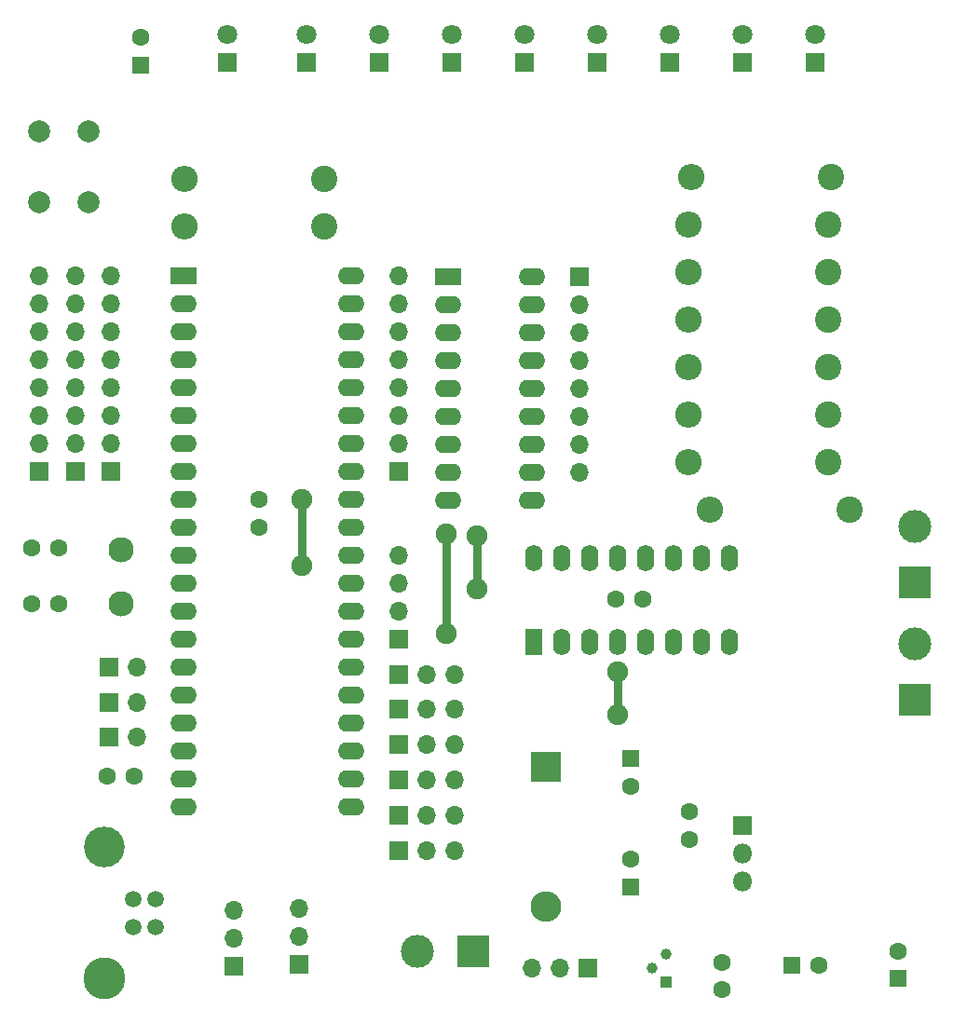
<source format=gbr>
G04 #@! TF.FileFunction,Copper,L1,Top,Signal*
%FSLAX46Y46*%
G04 Gerber Fmt 4.6, Leading zero omitted, Abs format (unit mm)*
G04 Created by KiCad (PCBNEW 4.0.6) date Sat Sep  2 21:00:00 2017*
%MOMM*%
%LPD*%
G01*
G04 APERTURE LIST*
%ADD10C,0.100000*%
%ADD11C,1.520000*%
%ADD12C,3.700000*%
%ADD13C,3.800000*%
%ADD14R,1.600000X2.400000*%
%ADD15O,1.600000X2.400000*%
%ADD16R,1.700000X1.700000*%
%ADD17O,1.700000X1.700000*%
%ADD18R,3.000000X3.000000*%
%ADD19C,3.000000*%
%ADD20R,1.600000X1.600000*%
%ADD21C,1.600000*%
%ADD22R,1.800000X1.800000*%
%ADD23C,1.800000*%
%ADD24R,2.800000X2.800000*%
%ADD25O,2.800000X2.800000*%
%ADD26C,2.400000*%
%ADD27O,2.400000X2.400000*%
%ADD28C,2.000000*%
%ADD29R,2.400000X1.600000*%
%ADD30O,2.400000X1.600000*%
%ADD31O,1.800000X1.800000*%
%ADD32C,2.300000*%
%ADD33C,1.000000*%
%ADD34R,1.000000X1.000000*%
%ADD35C,1.910000*%
%ADD36C,0.800000*%
G04 APERTURE END LIST*
D10*
D11*
X99442000Y-139530000D03*
X99442000Y-142070000D03*
X97442000Y-142070000D03*
X97442000Y-139530000D03*
D12*
X94742000Y-134800000D03*
D13*
X94742000Y-146800000D03*
D14*
X133840000Y-116190000D03*
D15*
X151620000Y-108570000D03*
X136380000Y-116190000D03*
X149080000Y-108570000D03*
X138920000Y-116190000D03*
X146540000Y-108570000D03*
X141460000Y-116190000D03*
X144000000Y-108570000D03*
X144000000Y-116190000D03*
X141460000Y-108570000D03*
X146540000Y-116190000D03*
X138920000Y-108570000D03*
X149080000Y-116190000D03*
X136380000Y-108570000D03*
X151620000Y-116190000D03*
X133840000Y-108570000D03*
D16*
X106580000Y-145660000D03*
D17*
X106580000Y-143120000D03*
X106580000Y-140580000D03*
D18*
X168402000Y-121412000D03*
D19*
X168402000Y-116332000D03*
D20*
X98044000Y-63754000D03*
D21*
X98044000Y-61254000D03*
X108840000Y-105790000D03*
X108840000Y-103290000D03*
X88160000Y-107630000D03*
X90660000Y-107630000D03*
X88160000Y-112740000D03*
X90660000Y-112740000D03*
X97510000Y-128360000D03*
X95010000Y-128360000D03*
D20*
X142623255Y-126826989D03*
D21*
X142623255Y-129326989D03*
D20*
X157240000Y-145542000D03*
D21*
X159740000Y-145542000D03*
D20*
X142623255Y-138470989D03*
D21*
X142623255Y-135970989D03*
D20*
X166878000Y-146772000D03*
D21*
X166878000Y-144272000D03*
X150876000Y-147788000D03*
X150876000Y-145288000D03*
X147957255Y-134152989D03*
X147957255Y-131652989D03*
X141224000Y-112268000D03*
X143724000Y-112268000D03*
D22*
X105920000Y-63550000D03*
D23*
X105920000Y-61010000D03*
D24*
X134874000Y-127508000D03*
D25*
X134874000Y-140208000D03*
D22*
X159404000Y-63540000D03*
D23*
X159404000Y-61000000D03*
D22*
X152800000Y-63540000D03*
D23*
X152800000Y-61000000D03*
D22*
X146196000Y-63540000D03*
D23*
X146196000Y-61000000D03*
D22*
X139592000Y-63540000D03*
D23*
X139592000Y-61000000D03*
D22*
X132988000Y-63540000D03*
D23*
X132988000Y-61000000D03*
D22*
X126384000Y-63540000D03*
D23*
X126384000Y-61000000D03*
D22*
X119780000Y-63540000D03*
D23*
X119780000Y-61000000D03*
D22*
X113176000Y-63540000D03*
D23*
X113176000Y-61000000D03*
D16*
X121510000Y-135130000D03*
D17*
X124050000Y-135130000D03*
X126590000Y-135130000D03*
D16*
X121510000Y-131930000D03*
D17*
X124050000Y-131930000D03*
X126590000Y-131930000D03*
D16*
X121510000Y-128720000D03*
D17*
X124050000Y-128720000D03*
X126590000Y-128720000D03*
D16*
X112450000Y-145530000D03*
D17*
X112450000Y-142990000D03*
X112450000Y-140450000D03*
D16*
X121510000Y-125530000D03*
D17*
X124050000Y-125530000D03*
X126590000Y-125530000D03*
D16*
X121510000Y-122330000D03*
D17*
X124050000Y-122330000D03*
X126590000Y-122330000D03*
D16*
X121510000Y-119130000D03*
D17*
X124050000Y-119130000D03*
X126590000Y-119130000D03*
D16*
X95370000Y-100670000D03*
D17*
X95370000Y-98130000D03*
X95370000Y-95590000D03*
X95370000Y-93050000D03*
X95370000Y-90510000D03*
X95370000Y-87970000D03*
X95370000Y-85430000D03*
X95370000Y-82890000D03*
D16*
X88870000Y-100670000D03*
D17*
X88870000Y-98130000D03*
X88870000Y-95590000D03*
X88870000Y-93050000D03*
X88870000Y-90510000D03*
X88870000Y-87970000D03*
X88870000Y-85430000D03*
X88870000Y-82890000D03*
D16*
X121510000Y-115920000D03*
D17*
X121510000Y-113380000D03*
X121510000Y-110840000D03*
X121510000Y-108300000D03*
D16*
X92120000Y-100670000D03*
D17*
X92120000Y-98130000D03*
X92120000Y-95590000D03*
X92120000Y-93050000D03*
X92120000Y-90510000D03*
X92120000Y-87970000D03*
X92120000Y-85430000D03*
X92120000Y-82890000D03*
D16*
X138684000Y-145796000D03*
D17*
X136144000Y-145796000D03*
X133604000Y-145796000D03*
D18*
X128270000Y-144272000D03*
D19*
X123190000Y-144272000D03*
D18*
X168402000Y-110744000D03*
D19*
X168402000Y-105664000D03*
D16*
X121500000Y-100750000D03*
D17*
X121500000Y-98210000D03*
X121500000Y-95670000D03*
X121500000Y-93130000D03*
X121500000Y-90590000D03*
X121500000Y-88050000D03*
X121500000Y-85510000D03*
X121500000Y-82970000D03*
D16*
X138000000Y-83000000D03*
D17*
X138000000Y-85540000D03*
X138000000Y-88080000D03*
X138000000Y-90620000D03*
X138000000Y-93160000D03*
X138000000Y-95700000D03*
X138000000Y-98240000D03*
X138000000Y-100780000D03*
D26*
X114770000Y-74140000D03*
D27*
X102070000Y-74140000D03*
D26*
X114780000Y-78400000D03*
D27*
X102080000Y-78400000D03*
D26*
X160782000Y-73914000D03*
D27*
X148082000Y-73914000D03*
D26*
X160528000Y-82550000D03*
D27*
X147828000Y-82550000D03*
D26*
X160528000Y-91186000D03*
D27*
X147828000Y-91186000D03*
D26*
X160528000Y-99822000D03*
D27*
X147828000Y-99822000D03*
D26*
X160528000Y-78232000D03*
D27*
X147828000Y-78232000D03*
D26*
X160528000Y-86868000D03*
D27*
X147828000Y-86868000D03*
D26*
X160528000Y-95504000D03*
D27*
X147828000Y-95504000D03*
D26*
X162540000Y-104140000D03*
D27*
X149840000Y-104140000D03*
D28*
X88820000Y-69780000D03*
X93320000Y-69780000D03*
X88820000Y-76280000D03*
X93320000Y-76280000D03*
D29*
X102000000Y-82900000D03*
D30*
X117240000Y-131160000D03*
X102000000Y-85440000D03*
X117240000Y-128620000D03*
X102000000Y-87980000D03*
X117240000Y-126080000D03*
X102000000Y-90520000D03*
X117240000Y-123540000D03*
X102000000Y-93060000D03*
X117240000Y-121000000D03*
X102000000Y-95600000D03*
X117240000Y-118460000D03*
X102000000Y-98140000D03*
X117240000Y-115920000D03*
X102000000Y-100680000D03*
X117240000Y-113380000D03*
X102000000Y-103220000D03*
X117240000Y-110840000D03*
X102000000Y-105760000D03*
X117240000Y-108300000D03*
X102000000Y-108300000D03*
X117240000Y-105760000D03*
X102000000Y-110840000D03*
X117240000Y-103220000D03*
X102000000Y-113380000D03*
X117240000Y-100680000D03*
X102000000Y-115920000D03*
X117240000Y-98140000D03*
X102000000Y-118460000D03*
X117240000Y-95600000D03*
X102000000Y-121000000D03*
X117240000Y-93060000D03*
X102000000Y-123540000D03*
X117240000Y-90520000D03*
X102000000Y-126080000D03*
X117240000Y-87980000D03*
X102000000Y-128620000D03*
X117240000Y-85440000D03*
X102000000Y-131160000D03*
X117240000Y-82900000D03*
D22*
X152758000Y-132842000D03*
D31*
X152758000Y-135382000D03*
X152758000Y-137922000D03*
D29*
X126000000Y-83000000D03*
D30*
X133620000Y-103320000D03*
X126000000Y-85540000D03*
X133620000Y-100780000D03*
X126000000Y-88080000D03*
X133620000Y-98240000D03*
X126000000Y-90620000D03*
X133620000Y-95700000D03*
X126000000Y-93160000D03*
X133620000Y-93160000D03*
X126000000Y-95700000D03*
X133620000Y-90620000D03*
X126000000Y-98240000D03*
X133620000Y-88080000D03*
X126000000Y-100780000D03*
X133620000Y-85540000D03*
X126000000Y-103320000D03*
X133620000Y-83000000D03*
D32*
X96340000Y-107850000D03*
X96340000Y-112750000D03*
D16*
X95240000Y-118470000D03*
D17*
X97780000Y-118470000D03*
D16*
X95220000Y-121680000D03*
D17*
X97760000Y-121680000D03*
D16*
X95220000Y-124860000D03*
D17*
X97760000Y-124860000D03*
D33*
X144526000Y-145796000D03*
X145796000Y-144526000D03*
D34*
X145796000Y-147066000D03*
D35*
X141430000Y-122800000D03*
X141430000Y-118870000D03*
X125840000Y-106400000D03*
X125890000Y-115400000D03*
X112730000Y-109250000D03*
X112700000Y-103290000D03*
X128650000Y-106570000D03*
X128650000Y-111410000D03*
D36*
X141430000Y-118870000D02*
X141430000Y-122800000D01*
X125890000Y-115400000D02*
X125890000Y-106450000D01*
X125890000Y-106450000D02*
X125840000Y-106400000D01*
X112690000Y-104650573D02*
X112690000Y-109210000D01*
X112690000Y-109210000D02*
X112730000Y-109250000D01*
X112700000Y-103290000D02*
X112700000Y-104640573D01*
X112700000Y-104640573D02*
X112690000Y-104650573D01*
X128650000Y-111410000D02*
X128650000Y-106570000D01*
M02*

</source>
